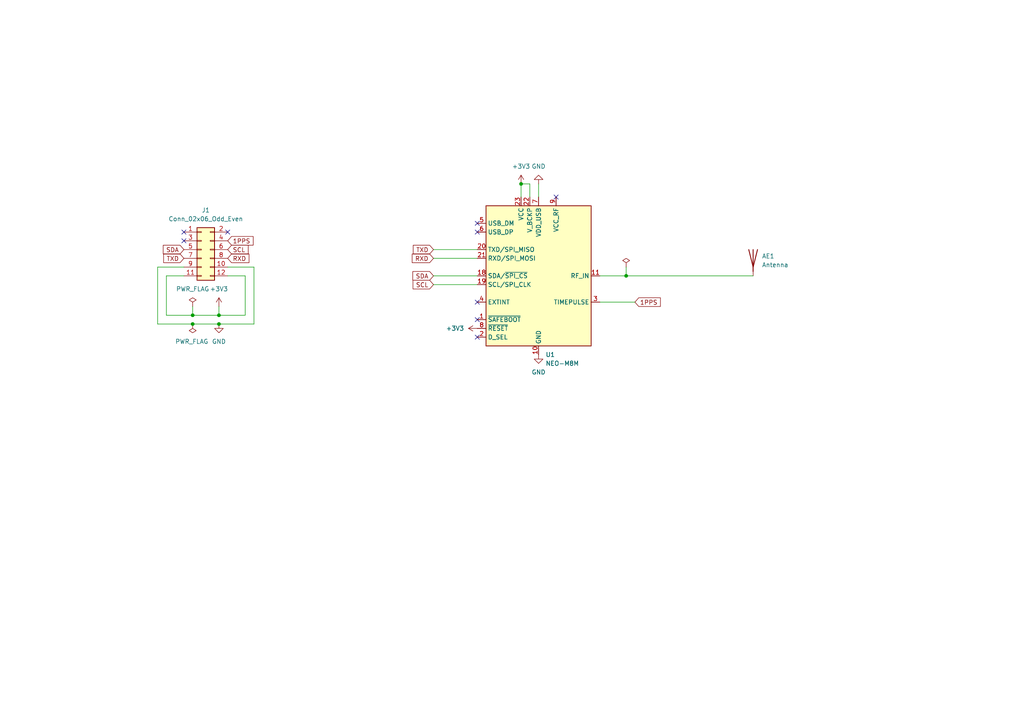
<source format=kicad_sch>
(kicad_sch (version 20211123) (generator eeschema)
  (paper "A4")
  (lib_symbols
    (symbol "Connector_Generic:Conn_02x06_Odd_Even" (pin_names (offset 1.016) hide)
      (property "Reference" "J" (at 1.27 7.62 0))
      (property "Value" "Conn_02x06_Odd_Even" (at 1.27 -10.16 0))
      (symbol "Conn_02x06_Odd_Even_1_1"
        (rectangle (start -1.27 -7.493) (end 0 -7.747) (stroke (width 0.1524)))
        (rectangle (start -1.27 -4.953) (end 0 -5.207) (stroke (width 0.1524)))
        (rectangle (start -1.27 -2.413) (end 0 -2.667) (stroke (width 0.1524)))
        (rectangle (start -1.27 0.127) (end 0 -0.127) (stroke (width 0.1524)))
        (rectangle (start -1.27 2.667) (end 0 2.413) (stroke (width 0.1524)))
        (rectangle (start -1.27 5.207) (end 0 4.953) (stroke (width 0.1524)))
        (rectangle (start -1.27 6.35) (end 3.81 -8.89) (stroke (width 0.254)) (fill (type background)))
        (rectangle (start 3.81 -7.493) (end 2.54 -7.747) (stroke (width 0.1524)))
        (rectangle (start 3.81 -4.953) (end 2.54 -5.207) (stroke (width 0.1524)))
        (rectangle (start 3.81 -2.413) (end 2.54 -2.667) (stroke (width 0.1524)))
        (rectangle (start 3.81 0.127) (end 2.54 -0.127) (stroke (width 0.1524)))
        (rectangle (start 3.81 2.667) (end 2.54 2.413) (stroke (width 0.1524)))
        (rectangle (start 3.81 5.207) (end 2.54 4.953) (stroke (width 0.1524)))
        (pin passive line (at -5.08 5.08 0) (length 3.81) (name "Pin_1") (number "1"))
        (pin passive line (at 7.62 -5.08 180) (length 3.81) (name "Pin_10") (number "10"))
        (pin passive line (at -5.08 -7.62 0) (length 3.81) (name "Pin_11") (number "11"))
        (pin passive line (at 7.62 -7.62 180) (length 3.81) (name "Pin_12") (number "12"))
        (pin passive line (at 7.62 5.08 180) (length 3.81) (name "Pin_2") (number "2"))
        (pin passive line (at -5.08 2.54 0) (length 3.81) (name "Pin_3") (number "3"))
        (pin passive line (at 7.62 2.54 180) (length 3.81) (name "Pin_4") (number "4"))
        (pin passive line (at -5.08 0 0) (length 3.81) (name "Pin_5") (number "5"))
        (pin passive line (at 7.62 0 180) (length 3.81) (name "Pin_6") (number "6"))
        (pin passive line (at -5.08 -2.54 0) (length 3.81) (name "Pin_7") (number "7"))
        (pin passive line (at 7.62 -2.54 180) (length 3.81) (name "Pin_8") (number "8"))
        (pin passive line (at -5.08 -5.08 0) (length 3.81) (name "Pin_9") (number "9"))
      )
    )
    (symbol "Device:Antenna" (pin_numbers hide) (pin_names (offset 1.016) hide)
      (property "Reference" "AE" (at -1.905 1.905 0))
      (property "Value" "Antenna" (at -1.905 0 0))
      (symbol "Antenna_0_1"
        (polyline (pts (xy 0 2.54) (xy 0 -3.81)) (stroke (width 0.254)))
        (polyline (pts (xy 1.27 2.54) (xy 0 -2.54) (xy -1.27 2.54)) (stroke (width 0.254)))
      )
      (symbol "Antenna_1_1"
        (pin input line (at 0 -5.08 90) (length 2.54) (name "A") (number "1"))
      )
    )
    (symbol "RF_GPS:NEO-M8M"
      (property "Reference" "U" (at -13.97 21.59 0))
      (property "Value" "NEO-M8M" (at 11.43 21.59 0))
      (symbol "NEO-M8M_0_1"
        (rectangle (start -15.24 20.32) (end 15.24 -20.32) (stroke (width 0.254)) (fill (type background)))
      )
      (symbol "NEO-M8M_1_1"
        (pin input line (at -17.78 -12.7 0) (length 2.54) (name "~{SAFEBOOT}") (number "1"))
        (pin power_in line (at 0 -22.86 90) (length 2.54) (name "GND") (number "10"))
        (pin input line (at 17.78 0 180) (length 2.54) (name "RF_IN") (number "11"))
        (pin passive line (at 0 -22.86 90) (length 2.54) hide (name "GND") (number "12"))
        (pin passive line (at 0 -22.86 90) (length 2.54) hide (name "GND") (number "13"))
        (pin no_connect line (at 15.24 -10.16 180) (length 2.54) hide (name "RESERVED") (number "14"))
        (pin no_connect line (at 15.24 -12.7 180) (length 2.54) hide (name "RESERVED") (number "15"))
        (pin no_connect line (at 15.24 -15.24 180) (length 2.54) hide (name "RESERVED") (number "16"))
        (pin no_connect line (at 15.24 -17.78 180) (length 2.54) hide (name "RESERVED") (number "17"))
        (pin bidirectional line (at -17.78 0 0) (length 2.54) (name "SDA/~{SPI_CS}") (number "18"))
        (pin input line (at -17.78 -2.54 0) (length 2.54) (name "SCL/SPI_CLK") (number "19"))
        (pin input line (at -17.78 -17.78 0) (length 2.54) (name "D_SEL") (number "2"))
        (pin output line (at -17.78 7.62 0) (length 2.54) (name "TXD/SPI_MISO") (number "20"))
        (pin input line (at -17.78 5.08 0) (length 2.54) (name "RXD/SPI_MOSI") (number "21"))
        (pin power_in line (at -2.54 22.86 270) (length 2.54) (name "V_BCKP") (number "22"))
        (pin power_in line (at -5.08 22.86 270) (length 2.54) (name "VCC") (number "23"))
        (pin passive line (at 0 -22.86 90) (length 2.54) hide (name "GND") (number "24"))
        (pin output line (at 17.78 -7.62 180) (length 2.54) (name "TIMEPULSE") (number "3"))
        (pin input line (at -17.78 -7.62 0) (length 2.54) (name "EXTINT") (number "4"))
        (pin bidirectional line (at -17.78 15.24 0) (length 2.54) (name "USB_DM") (number "5"))
        (pin bidirectional line (at -17.78 12.7 0) (length 2.54) (name "USB_DP") (number "6"))
        (pin power_in line (at 0 22.86 270) (length 2.54) (name "VDD_USB") (number "7"))
        (pin input line (at -17.78 -15.24 0) (length 2.54) (name "~{RESET}") (number "8"))
        (pin power_out line (at 5.08 22.86 270) (length 2.54) (name "VCC_RF") (number "9"))
      )
    )
    (symbol "power:+3V3" (power) (pin_names (offset 0))
      (property "Value" "+3V3" (at 0 3.556 0))
      (symbol "+3V3_0_1"
        (polyline (pts (xy -0.762 1.27) (xy 0 2.54)))
        (polyline (pts (xy 0 0) (xy 0 2.54)))
        (polyline (pts (xy 0 2.54) (xy 0.762 1.27)))
      )
      (symbol "+3V3_1_1"
        (pin power_in line (at 0 0 90) (length 0) hide (name "+3V3") (number "1"))
      )
    )
    (symbol "power:GND" (power) (pin_names (offset 0))
      (property "Value" "GND" (at 0 -3.81 0))
      (symbol "GND_0_1"
        (polyline (pts (xy 0 0) (xy 0 -1.27) (xy 1.27 -1.27) (xy 0 -2.54) (xy -1.27 -1.27) (xy 0 -1.27)))
      )
      (symbol "GND_1_1"
        (pin power_in line (at 0 0 270) (length 0) hide (name "GND") (number "1"))
      )
    )
    (symbol "power:PWR_FLAG" (power) (pin_numbers hide) (pin_names (offset 0) hide)
      (property "Value" "PWR_FLAG" (at 0 3.81 0))
      (symbol "PWR_FLAG_0_0"
        (pin power_out line (at 0 0 90) (length 0) (name "pwr") (number "1"))
      )
      (symbol "PWR_FLAG_0_1"
        (polyline (pts (xy 0 0) (xy 0 1.27) (xy -1.016 1.905) (xy 0 2.54) (xy 1.016 1.905) (xy 0 1.27)))
      )
    )
  )
  (junction (at 63.5 93.98))
  (junction (at 181.61 80.01))
  (junction (at 55.88 93.98))
  (junction (at 151.13 53.34))
  (junction (at 55.88 91.44))
  (junction (at 63.5 91.44))
  (no_connect (at 138.43 97.79))
  (no_connect (at 138.43 87.63))
  (no_connect (at 53.34 67.31))
  (no_connect (at 66.04 67.31))
  (no_connect (at 53.34 69.85))
  (no_connect (at 161.29 57.15))
  (no_connect (at 138.43 92.71))
  (no_connect (at 138.43 67.31))
  (no_connect (at 138.43 64.77))
  (wire (pts (xy 53.34 77.47) (xy 45.72 77.47)))
  (wire (pts (xy 63.5 91.44) (xy 55.88 91.44)))
  (wire (pts (xy 55.88 93.98) (xy 63.5 93.98)))
  (wire (pts (xy 55.88 88.9) (xy 55.88 91.44)))
  (wire (pts (xy 73.66 77.47) (xy 73.66 93.98)))
  (wire (pts (xy 156.21 53.34) (xy 156.21 57.15)))
  (wire (pts (xy 125.73 80.01) (xy 138.43 80.01)))
  (wire (pts (xy 71.12 80.01) (xy 71.12 91.44)))
  (wire (pts (xy 63.5 93.98) (xy 73.66 93.98)))
  (wire (pts (xy 55.88 91.44) (xy 48.26 91.44)))
  (wire (pts (xy 125.73 74.93) (xy 138.43 74.93)))
  (wire (pts (xy 153.67 53.34) (xy 153.67 57.15)))
  (wire (pts (xy 63.5 88.9) (xy 63.5 91.44)))
  (wire (pts (xy 66.04 77.47) (xy 73.66 77.47)))
  (wire (pts (xy 71.12 91.44) (xy 63.5 91.44)))
  (wire (pts (xy 151.13 53.34) (xy 153.67 53.34)))
  (wire (pts (xy 48.26 80.01) (xy 53.34 80.01)))
  (wire (pts (xy 45.72 77.47) (xy 45.72 93.98)))
  (wire (pts (xy 173.99 80.01) (xy 181.61 80.01)))
  (wire (pts (xy 181.61 77.47) (xy 181.61 80.01)))
  (wire (pts (xy 173.99 87.63) (xy 184.15 87.63)))
  (wire (pts (xy 151.13 53.34) (xy 151.13 57.15)))
  (wire (pts (xy 125.73 72.39) (xy 138.43 72.39)))
  (wire (pts (xy 45.72 93.98) (xy 55.88 93.98)))
  (wire (pts (xy 66.04 80.01) (xy 71.12 80.01)))
  (wire (pts (xy 125.73 82.55) (xy 138.43 82.55)))
  (wire (pts (xy 181.61 80.01) (xy 218.44 80.01)))
  (wire (pts (xy 48.26 91.44) (xy 48.26 80.01)))
  (global_label "SDA" (shape input) (at 53.34 72.39 180) (property "Intersheet References" "${INTERSHEET_REFS}" (effects hide)))
  (global_label "SCL" (shape input) (at 125.73 82.55 180) (property "Intersheet References" "${INTERSHEET_REFS}" (effects hide)))
  (global_label "SCL" (shape input) (at 66.04 72.39 0) (property "Intersheet References" "${INTERSHEET_REFS}" (effects hide)))
  (global_label "RXD" (shape input) (at 66.04 74.93 0) (property "Intersheet References" "${INTERSHEET_REFS}" (effects hide)))
  (global_label "SDA" (shape input) (at 125.73 80.01 180) (property "Intersheet References" "${INTERSHEET_REFS}" (effects hide)))
  (global_label "RXD" (shape input) (at 125.73 74.93 180) (property "Intersheet References" "${INTERSHEET_REFS}" (effects hide)))
  (global_label "TXD" (shape input) (at 125.73 72.39 180) (property "Intersheet References" "${INTERSHEET_REFS}" (effects hide)))
  (global_label "TXD" (shape input) (at 53.34 74.93 180) (property "Intersheet References" "${INTERSHEET_REFS}" (effects hide)))
  (global_label "1PPS" (shape input) (at 66.04 69.85 0) (property "Intersheet References" "${INTERSHEET_REFS}" (effects hide)))
  (global_label "1PPS" (shape input) (at 184.15 87.63 0) (property "Intersheet References" "${INTERSHEET_REFS}" (effects hide)))
  (symbol (lib_id "power:GND") (at 63.5 93.98 0) (unit 1)
    (property "Reference" "#PWR0101" (effects hide))
    (property "Value" "GND" (at 63.5 99.06 0))
  )
  (symbol (lib_id "power:GND") (at 156.21 53.34 180) (unit 1)
    (property "Reference" "#PWR0106" (effects hide))
    (property "Value" "GND" (at 156.21 48.26 0))
  )
  (symbol (lib_id "Device:Antenna") (at 218.44 74.93 0) (unit 1)
    (property "Reference" "AE1" (at 220.98 74.2949 0) (effects (justify left)))
    (property "Value" "Antenna" (at 220.98 76.8349 0) (effects (justify left)))
    (property "Footprint" "jjh:W3213" (effects hide))
    (property "Datasheet" "https://www.mouser.co.uk/datasheet/2/447/L110-2903769.pdf" (effects hide))
    (property "Mouser No." "673-W3213" (effects hide))
  )
  (symbol (lib_id "power:PWR_FLAG") (at 181.61 77.47 0) (unit 1)
    (property "Reference" "#FLG0103" (effects hide))
    (property "Value" "PWR_FLAG" (effects hide))
  )
  (symbol (lib_id "power:+3V3") (at 151.13 53.34 0) (unit 1)
    (property "Reference" "#PWR0105" (effects hide))
    (property "Value" "+3V3" (at 151.13 48.26 0))
  )
  (symbol (lib_id "power:+3V3") (at 138.43 95.25 90) (unit 1)
    (property "Reference" "#PWR0104" (effects hide))
    (property "Value" "+3V3" (at 134.62 95.2499 90) (effects (justify left)))
  )
  (symbol (lib_id "power:+3V3") (at 63.5 88.9 0) (unit 1)
    (property "Reference" "#PWR0102" (effects hide))
    (property "Value" "+3V3" (at 63.5 83.82 0))
  )
  (symbol (lib_id "power:PWR_FLAG") (at 55.88 88.9 0) (unit 1)
    (property "Reference" "#FLG0101" (effects hide))
    (property "Value" "PWR_FLAG" (at 55.88 83.82 0))
  )
  (symbol (lib_id "power:PWR_FLAG") (at 55.88 93.98 180) (unit 1)
    (property "Reference" "#FLG0102" (effects hide))
    (property "Value" "PWR_FLAG" (at 50.8 99.06 0) (effects (justify right)))
  )
  (symbol (lib_id "Connector_Generic:Conn_02x06_Odd_Even") (at 58.42 72.39 0) (unit 1)
    (property "Reference" "J1" (at 59.69 60.96 0))
    (property "Value" "Conn_02x06_Odd_Even" (at 59.69 63.5 0))
    (property "Footprint" "Connector_PinHeader_2.54mm:PinHeader_2x06_P2.54mm_Vertical" (effects hide))
  )
  (symbol (lib_id "RF_GPS:NEO-M8M") (at 156.21 80.01 0) (unit 1)
    (property "Reference" "U1" (at 158.2294 102.87 0) (effects (justify left)))
    (property "Value" "NEO-M8M" (at 158.2294 105.41 0) (effects (justify left)))
    (property "Footprint" "RF_GPS:ublox_NEO" (effects hide))
    (property "Datasheet" "https://www.u-blox.com/sites/default/files/NEO-M8-FW3_DataSheet_%28UBX-15031086%29.pdf" (effects hide))
  )
  (symbol (lib_id "power:GND") (at 156.21 102.87 0) (unit 1)
    (property "Reference" "#PWR0103" (effects hide))
    (property "Value" "GND" (at 156.21 107.95 0))
  )
)
</source>
